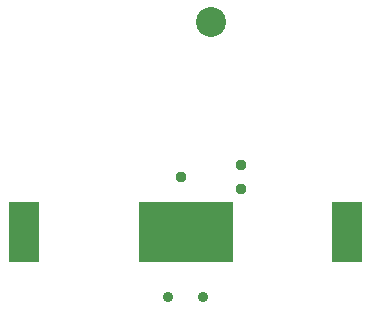
<source format=gbs>
G04 DipTrace 2.4.0.2*
%INmale.gbs*%
%MOMM*%
%ADD40C,2.54*%
%ADD41C,0.95*%
%ADD42C,0.9*%
%ADD55R,8.05X5.13*%
%ADD56R,2.65X5.13*%
%FSLAX53Y53*%
G04*
G71*
G90*
G75*
G01*
%LNBotMask*%
%LPD*%
D56*
X12988Y26493D3*
X40268D3*
D55*
X26628D3*
D40*
X28787Y44273D3*
D41*
X26214Y31127D3*
X31294Y32143D3*
Y30111D3*
D42*
X25097Y20967D3*
X28097D3*
M02*

</source>
